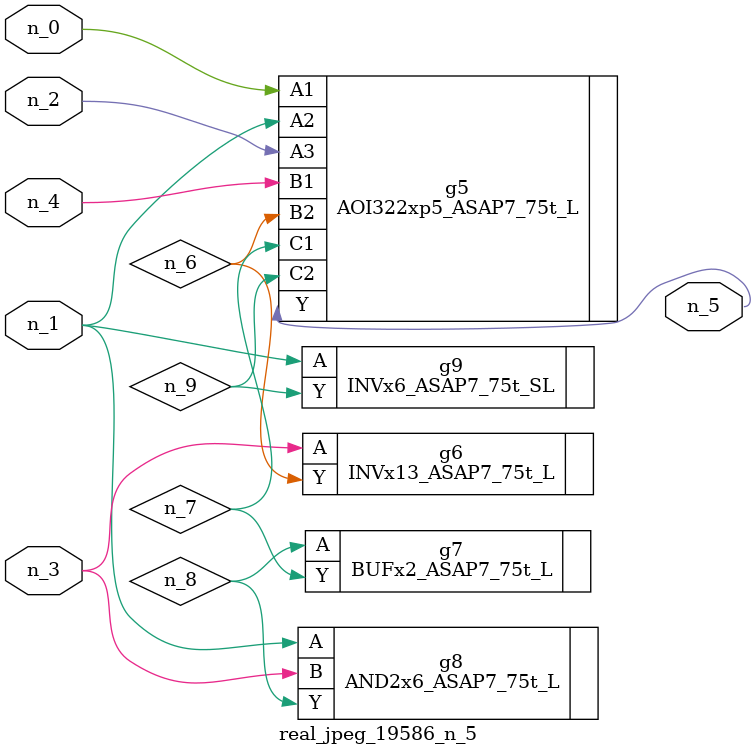
<source format=v>
module real_jpeg_19586_n_5 (n_4, n_0, n_1, n_2, n_3, n_5);

input n_4;
input n_0;
input n_1;
input n_2;
input n_3;

output n_5;

wire n_8;
wire n_6;
wire n_7;
wire n_9;

AOI322xp5_ASAP7_75t_L g5 ( 
.A1(n_0),
.A2(n_1),
.A3(n_2),
.B1(n_4),
.B2(n_6),
.C1(n_7),
.C2(n_9),
.Y(n_5)
);

AND2x6_ASAP7_75t_L g8 ( 
.A(n_1),
.B(n_3),
.Y(n_8)
);

INVx6_ASAP7_75t_SL g9 ( 
.A(n_1),
.Y(n_9)
);

INVx13_ASAP7_75t_L g6 ( 
.A(n_3),
.Y(n_6)
);

BUFx2_ASAP7_75t_L g7 ( 
.A(n_8),
.Y(n_7)
);


endmodule
</source>
